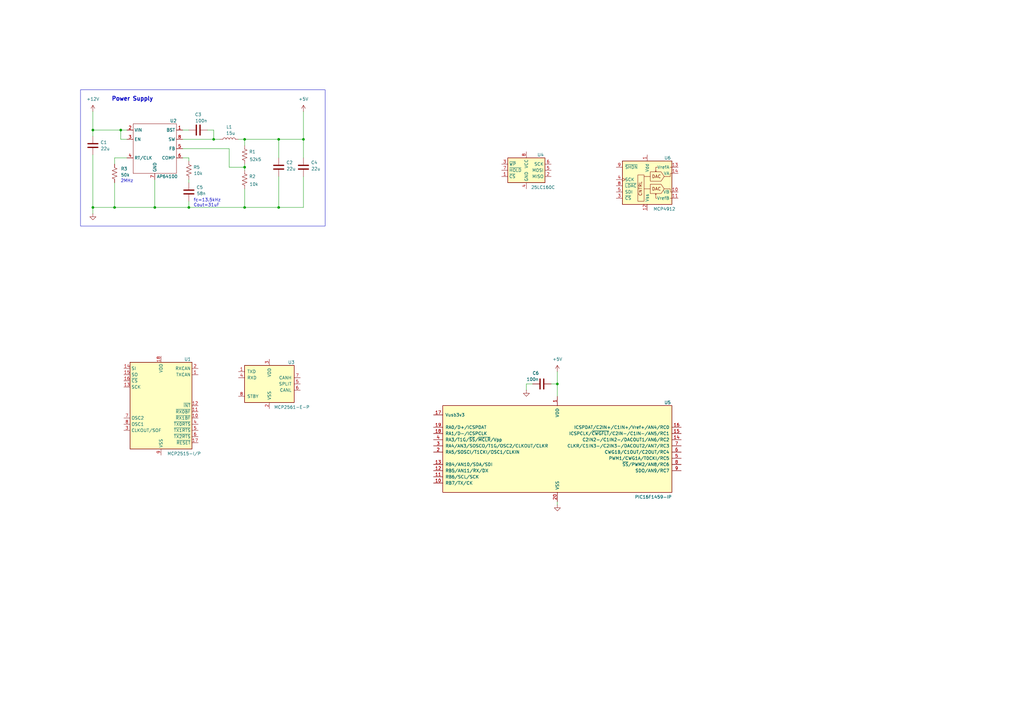
<source format=kicad_sch>
(kicad_sch (version 20250114) (generator "eeschema") (generator_version "9.0")
  (paper "A3")
  (lib_symbols
    (symbol "Analog_DAC:MCP4912" (pin_names (offset 1.016))
      (property "Reference" "U" (at -1.905 10.795 0))
      (property "Value" "MCP4912" (at -1.905 8.89 0))
      (symbol "MCP4912_0_0"
        (polyline (pts (xy 3.556 3.302) (xy 3.302 3.556)))
        (polyline (pts (xy 3.556 3.302) (xy 3.81 3.556)))
        (polyline (pts (xy 3.556 -5.842) (xy 3.302 -6.096)))
        (polyline (pts (xy 3.556 -5.842) (xy 3.81 -6.096)))
        (polyline (pts (xy 4.064 -7.62) (xy 3.556 -7.62) (xy 3.556 -5.842)))
        (polyline (pts (xy 4.318 5.08) (xy 3.556 5.08) (xy 3.556 3.302)))
        (polyline (pts (xy 6.985 1.27) (xy 9.525 1.27) (xy 9.525 2.54) (xy 10.16 2.54)))
        (polyline (pts (xy 6.985 -3.81) (xy 9.525 -3.81) (xy 9.525 -5.08) (xy 10.16 -5.08)))
        (polyline (pts (xy 10.16 5.08) (xy 9.398 5.08)))
        (polyline (pts (xy 10.16 -7.62) (xy 9.398 -7.62)))
        (text "CNTRL" (at -2.032 -6.731 900) (effects (font (size 1.27 1.27)) (justify left bottom)))
        (text "DAC" (at 3.81 1.27 0) (effects (font (size 1.27 1.27))))
        (text "DAC" (at 3.81 -3.81 0) (effects (font (size 1.27 1.27))))
      )
      (symbol "MCP4912_0_1"
        (rectangle (start -10.16 7.62) (end 10.16 -10.16) (stroke (width 0.254)) (fill (type background)))
        (rectangle (start -1.27 -8.89) (end -3.81 1.905))
        (polyline (pts (xy 1.27 1.27) (xy -1.27 1.27)))
        (polyline (pts (xy 1.27 -3.81) (xy -1.27 -3.81)))
        (polyline (pts (xy 6.985 1.27) (xy 5.715 3.175) (xy 1.27 3.175) (xy 1.27 -0.635) (xy 5.715 -0.635) (xy 6.985 1.27)))
        (polyline (pts (xy 6.985 -3.81) (xy 5.715 -1.905) (xy 1.27 -1.905) (xy 1.27 -5.715) (xy 5.715 -5.715) (xy 6.985 -3.81)))
      )
      (symbol "MCP4912_1_1"
        (pin input line (at -12.7 5.08 0) (length 2.54) (name "~{SHDN}") (number "9"))
        (pin input clock (at -12.7 0 0) (length 2.54) (name "SCK") (number "4"))
        (pin input line (at -12.7 -2.54 0) (length 2.54) (name "~{LDAC}") (number "8"))
        (pin input line (at -12.7 -5.08 0) (length 2.54) (name "SDI") (number "5"))
        (pin input line (at -12.7 -7.62 0) (length 2.54) (name "~{CS}") (number "3"))
        (pin no_connect line (at -7.62 -10.16 90) (length 2.54) (hide yes) (name "NC") (number "2"))
        (pin no_connect line (at -5.08 -10.16 90) (length 2.54) (hide yes) (name "NC") (number "6"))
        (pin no_connect line (at -2.54 -10.16 90) (length 2.54) (hide yes) (name "NC") (number "7"))
        (pin power_in line (at 0 10.16 270) (length 2.54) (name "Vdd") (number "1"))
        (pin power_in line (at 0 -12.7 90) (length 2.54) (name "Vss") (number "12"))
        (pin input line (at 12.7 5.08 180) (length 2.54) (name "VrefA") (number "13"))
        (pin output line (at 12.7 2.54 180) (length 2.54) (name "VA") (number "14"))
        (pin output line (at 12.7 -5.08 180) (length 2.54) (name "VB") (number "10"))
        (pin input line (at 12.7 -7.62 180) (length 2.54) (name "VrefB") (number "11"))
      )
    )
    (symbol "Device:C" (pin_numbers (hide yes)) (pin_names (offset 0.254))
      (property "Reference" "C" (at 0.635 2.54 0))
      (property "Value" "C" (at 0.635 -2.54 0))
      (symbol "C_0_1"
        (polyline (pts (xy -2.032 0.762) (xy 2.032 0.762)) (stroke (width 0.508)))
        (polyline (pts (xy -2.032 -0.762) (xy 2.032 -0.762)) (stroke (width 0.508)))
      )
      (symbol "C_1_1"
        (pin passive line (at 0 3.81 270) (length 2.794) (name "~") (number "1"))
        (pin passive line (at 0 -3.81 90) (length 2.794) (name "~") (number "2"))
      )
    )
    (symbol "Device:L" (pin_numbers (hide yes)) (pin_names (offset 1.016) (hide yes))
      (property "Reference" "L" (at -1.27 0 90))
      (property "Value" "L" (at 1.905 0 90))
      (symbol "L_0_1"
        (arc (start 0 2.54) (mid 0.6323 1.905) (end 0 1.27))
        (arc (start 0 1.27) (mid 0.6323 0.635) (end 0 0))
        (arc (start 0 0) (mid 0.6323 -0.635) (end 0 -1.27))
        (arc (start 0 -1.27) (mid 0.6323 -1.905) (end 0 -2.54))
      )
      (symbol "L_1_1"
        (pin passive line (at 0 3.81 270) (length 1.27) (name "1") (number "1"))
        (pin passive line (at 0 -3.81 90) (length 1.27) (name "2") (number "2"))
      )
    )
    (symbol "Device:R_US" (pin_numbers (hide yes)) (pin_names (offset 0))
      (property "Reference" "R" (at 2.54 0 90))
      (property "Value" "R_US" (at -2.54 0 90))
      (symbol "R_US_0_1"
        (polyline (pts (xy 0 2.286) (xy 0 2.54)))
        (polyline (pts (xy 0 2.286) (xy 1.016 1.905) (xy 0 1.524) (xy -1.016 1.143) (xy 0 0.762)))
        (polyline (pts (xy 0 0.762) (xy 1.016 0.381) (xy 0 0) (xy -1.016 -0.381) (xy 0 -0.762)))
        (polyline (pts (xy 0 -0.762) (xy 1.016 -1.143) (xy 0 -1.524) (xy -1.016 -1.905) (xy 0 -2.286)))
        (polyline (pts (xy 0 -2.286) (xy 0 -2.54)))
      )
      (symbol "R_US_1_1"
        (pin passive line (at 0 3.81 270) (length 1.27) (name "~") (number "1"))
        (pin passive line (at 0 -3.81 90) (length 1.27) (name "~") (number "2"))
      )
    )
    (symbol "Interface_CAN_LIN:MCP2515-xSO"
      (property "Reference" "U" (at -10.16 19.685 0))
      (property "Value" "MCP2515-xSO" (at 19.05 20.32 0))
      (symbol "MCP2515-xSO_0_1"
        (rectangle (start -12.7 17.78) (end 12.7 -17.78) (stroke (width 0.254)) (fill (type background)))
      )
      (symbol "MCP2515-xSO_1_1"
        (pin input line (at -15.24 15.24 0) (length 2.54) (name "SI") (number "14"))
        (pin output line (at -15.24 12.7 0) (length 2.54) (name "SO") (number "15"))
        (pin input line (at -15.24 10.16 0) (length 2.54) (name "~{CS}") (number "16"))
        (pin input line (at -15.24 7.62 0) (length 2.54) (name "SCK") (number "13"))
        (pin output line (at -15.24 -5.08 0) (length 2.54) (name "OSC2") (number "7"))
        (pin input line (at -15.24 -7.62 0) (length 2.54) (name "OSC1") (number "8"))
        (pin output line (at -15.24 -10.16 0) (length 2.54) (name "CLKOUT/SOF") (number "3"))
        (pin power_in line (at 0 20.32 270) (length 2.54) (name "VDD") (number "18"))
        (pin power_in line (at 0 -20.32 90) (length 2.54) (name "VSS") (number "9"))
        (pin input line (at 15.24 15.24 180) (length 2.54) (name "RXCAN") (number "2"))
        (pin output line (at 15.24 12.7 180) (length 2.54) (name "TXCAN") (number "1"))
        (pin output line (at 15.24 0 180) (length 2.54) (name "~{INT}") (number "12"))
        (pin output line (at 15.24 -2.54 180) (length 2.54) (name "~{RX0BF}") (number "11"))
        (pin output line (at 15.24 -5.08 180) (length 2.54) (name "~{RX1BF}") (number "10"))
        (pin input line (at 15.24 -7.62 180) (length 2.54) (name "~{TX0RTS}") (number "4"))
        (pin input line (at 15.24 -10.16 180) (length 2.54) (name "~{TX1RTS}") (number "5"))
        (pin input line (at 15.24 -12.7 180) (length 2.54) (name "~{TX2RTS}") (number "6"))
        (pin input line (at 15.24 -15.24 180) (length 2.54) (name "~{RESET}") (number "17"))
      )
    )
    (symbol "Interface_CAN_LIN:MCP2561-E-P" (pin_names (offset 1.016))
      (property "Reference" "U" (at -10.16 8.89 0))
      (property "Value" "MCP2561-E-P" (at 2.54 8.89 0))
      (symbol "MCP2561-E-P_0_1"
        (rectangle (start -10.16 7.62) (end 10.16 -7.62) (stroke (width 0.254)) (fill (type background)))
      )
      (symbol "MCP2561-E-P_1_1"
        (pin input line (at -12.7 5.08 0) (length 2.54) (name "TXD") (number "1"))
        (pin output line (at -12.7 2.54 0) (length 2.54) (name "RXD") (number "4"))
        (pin input line (at -12.7 -5.08 0) (length 2.54) (name "STBY") (number "8"))
        (pin power_in line (at 0 10.16 270) (length 2.54) (name "VDD") (number "3"))
        (pin power_in line (at 0 -10.16 90) (length 2.54) (name "VSS") (number "2"))
        (pin bidirectional line (at 12.7 2.54 180) (length 2.54) (name "CANH") (number "7"))
        (pin passive line (at 12.7 0 180) (length 2.54) (name "SPLIT") (number "5"))
        (pin bidirectional line (at 12.7 -2.54 180) (length 2.54) (name "CANL") (number "6"))
      )
    )
    (symbol "MCU_Microchip_PIC16:PIC16F1459-IP" (pin_names (offset 1.016))
      (property "Reference" "U" (at -46.99 17.78 0))
      (property "Value" "PIC16F1459-IP" (at -46.99 15.24 0))
      (symbol "PIC16F1459-IP_0_1"
        (rectangle (start -46.99 13.97) (end 46.99 -21.59) (stroke (width 0.254)) (fill (type background)))
      )
      (symbol "PIC16F1459-IP_1_1"
        (pin bidirectional line (at -50.8 10.16 0) (length 3.81) (name "Vusb3v3") (number "17"))
        (pin bidirectional line (at -50.8 5.08 0) (length 3.81) (name "RA0/D+/ICSPDAT") (number "19"))
        (pin bidirectional line (at -50.8 2.54 0) (length 3.81) (name "RA1/D-/ICSPCLK") (number "18"))
        (pin input line (at -50.8 0 0) (length 3.81) (name "RA3/T1G/~{SS}/~{MCLR}/Vpp") (number "4"))
        (pin bidirectional line (at -50.8 -2.54 0) (length 3.81) (name "RA4/AN3/SOSCO/T1G/OSC2/CLKOUT/CLKR") (number "3"))
        (pin bidirectional line (at -50.8 -5.08 0) (length 3.81) (name "RA5/SOSCI/T1CKI/OSC1/CLKIN") (number "2"))
        (pin bidirectional line (at -50.8 -10.16 0) (length 3.81) (name "RB4/AN10/SDA/SDI") (number "13"))
        (pin bidirectional line (at -50.8 -12.7 0) (length 3.81) (name "RB5/AN11/RX/DX") (number "12"))
        (pin bidirectional line (at -50.8 -15.24 0) (length 3.81) (name "RB6/SCL/SCK") (number "11"))
        (pin bidirectional line (at -50.8 -17.78 0) (length 3.81) (name "RB7/TX/CK") (number "10"))
        (pin power_in line (at 0 17.78 270) (length 3.81) (name "VDD") (number "1"))
        (pin power_in line (at 0 -25.4 90) (length 3.81) (name "VSS") (number "20"))
        (pin bidirectional line (at 50.8 5.08 180) (length 3.81) (name "ICSPDAT/C2IN+/C1IN+/Vref+/AN4/RC0") (number "16"))
        (pin bidirectional line (at 50.8 2.54 180) (length 3.81) (name "ICSPCLK/~{CWGFLT}/C2IN-/C1IN-/AN5/RC1") (number "15"))
        (pin bidirectional line (at 50.8 0 180) (length 3.81) (name "C2IN2-/C1IN2-/DACOUT1/AN6/RC2") (number "14"))
        (pin bidirectional line (at 50.8 -2.54 180) (length 3.81) (name "CLKR/C1IN3-/C2IN3-/DACOUT2/AN7/RC3") (number "7"))
        (pin bidirectional line (at 50.8 -5.08 180) (length 3.81) (name "CWG1B/C1OUT/C2OUT/RC4") (number "6"))
        (pin bidirectional line (at 50.8 -7.62 180) (length 3.81) (name "PWM1/CWG1A/T0CKI/RC5") (number "5"))
        (pin bidirectional line (at 50.8 -10.16 180) (length 3.81) (name "~{SS}/PWM2/AN8/RC6") (number "8"))
        (pin bidirectional line (at 50.8 -12.7 180) (length 3.81) (name "SDO/AN9/RC7") (number "9"))
      )
    )
    (symbol "Memory_EEPROM:25LCxxx"
      (property "Reference" "U" (at -7.62 6.35 0))
      (property "Value" "25LCxxx" (at 2.54 -6.35 0))
      (symbol "25LCxxx_1_1"
        (rectangle (start -7.62 5.08) (end 7.62 -5.08) (stroke (width 0.254)) (fill (type background)))
        (pin input line (at -10.16 2.54 0) (length 2.54) (name "~{WP}") (number "3"))
        (pin input line (at -10.16 0 0) (length 2.54) (name "~{HOLD}") (number "7"))
        (pin input line (at -10.16 -2.54 0) (length 2.54) (name "~{CS}") (number "1"))
        (pin power_in line (at 0 7.62 270) (length 2.54) (name "VCC") (number "8"))
        (pin power_in line (at 0 -7.62 90) (length 2.54) (name "GND") (number "4"))
        (pin input line (at 10.16 2.54 180) (length 2.54) (name "SCK") (number "6"))
        (pin input line (at 10.16 0 180) (length 2.54) (name "MOSI") (number "5"))
        (pin tri_state line (at 10.16 -2.54 180) (length 2.54) (name "MISO") (number "2"))
      )
    )
    (symbol "power:+12V" (power) (pin_numbers (hide yes)) (pin_names (offset 0) (hide yes))
      (property "Value" "+12V" (at 0 3.556 0))
      (symbol "+12V_0_1"
        (polyline (pts (xy -0.762 1.27) (xy 0 2.54)))
        (polyline (pts (xy 0 2.54) (xy 0.762 1.27)))
        (polyline (pts (xy 0 0) (xy 0 2.54)))
      )
      (symbol "+12V_1_1"
        (pin power_in line (at 0 0 90) (length 0) (name "~") (number "1"))
      )
    )
    (symbol "power:+5V" (power) (pin_numbers (hide yes)) (pin_names (offset 0) (hide yes))
      (property "Value" "+5V" (at 0 3.556 0))
      (symbol "+5V_0_1"
        (polyline (pts (xy -0.762 1.27) (xy 0 2.54)))
        (polyline (pts (xy 0 2.54) (xy 0.762 1.27)))
        (polyline (pts (xy 0 0) (xy 0 2.54)))
      )
      (symbol "+5V_1_1"
        (pin power_in line (at 0 0 90) (length 0) (name "~") (number "1"))
      )
    )
    (symbol "power:GND" (power) (pin_numbers (hide yes)) (pin_names (offset 0) (hide yes))
      (property "Value" "GND" (at 0 -3.81 0))
      (symbol "GND_0_1"
        (polyline (pts (xy 0 0) (xy 0 -1.27) (xy 1.27 -1.27) (xy 0 -2.54) (xy -1.27 -1.27) (xy 0 -1.27)))
      )
      (symbol "GND_1_1"
        (pin power_in line (at 0 0 270) (length 0) (name "~") (number "1"))
      )
    )
    (symbol "symbols:AP64100"
      (property "Reference" "U" (at -3.81 13.97 0))
      (property "Value" "AP64100" (at -0.254 11.684 0))
      (symbol "AP64100_0_1"
        (rectangle (start -8.89 10.16) (end 8.89 -10.16))
      )
      (symbol "AP64100_1_1"
        (pin power_in line (at -11.43 7.62 0) (length 2.54) (name "VIN") (number "2"))
        (pin input line (at -11.43 3.81 0) (length 2.54) (name "EN") (number "3"))
        (pin input line (at -11.43 -3.81 0) (length 2.54) (name "RT/CLK") (number "4"))
        (pin power_in line (at 0 -12.7 90) (length 2.54) (name "GND") (number "7"))
        (pin input line (at 11.43 7.62 180) (length 2.54) (name "BST") (number "1"))
        (pin power_out line (at 11.43 3.81 180) (length 2.54) (name "SW") (number "8"))
        (pin input line (at 11.43 0 180) (length 2.54) (name "FB") (number "5"))
        (pin input line (at 11.43 -3.81 180) (length 2.54) (name "COMP") (number "6"))
      )
    )
  )
  (rectangle (start 33.02 36.83) (end 133.35 92.71))
  (text "Power Supply" (at 45.72 40.64 0) (effects (font (size 1.651 1.651) (thickness 0.3302) (bold yes)) (justify left)))
  (text "2MHz\n" (at 52.07 74.295 0) (effects (font (size 1.27 1.27))))
  (text "fc=13.5kHz\nCout=31uF" (at 79.375 83.185 0) (effects (font (size 1.27 1.27)) (justify left)))
  (junction (at 114.3 57.15))
  (junction (at 63.5 85.09))
  (junction (at 46.99 85.09))
  (junction (at 114.3 85.09))
  (junction (at 100.33 85.09))
  (junction (at 87.63 57.15))
  (junction (at 100.33 68.58))
  (junction (at 38.1 85.09))
  (junction (at 100.33 57.15))
  (junction (at 38.1 53.34))
  (junction (at 49.53 53.34))
  (junction (at 228.6 157.48))
  (junction (at 77.47 85.09))
  (junction (at 124.46 57.15))
  (wire (pts (xy 114.3 57.15) (xy 124.46 57.15)))
  (wire (pts (xy 52.07 53.34) (xy 49.53 53.34)))
  (wire (pts (xy 74.93 64.77) (xy 77.47 64.77)))
  (wire (pts (xy 87.63 57.15) (xy 90.17 57.15)))
  (wire (pts (xy 100.33 85.09) (xy 114.3 85.09)))
  (wire (pts (xy 52.07 64.77) (xy 46.99 64.77)))
  (wire (pts (xy 77.47 64.77) (xy 77.47 66.04)))
  (wire (pts (xy 38.1 53.34) (xy 38.1 55.88)))
  (wire (pts (xy 38.1 45.72) (xy 38.1 53.34)))
  (wire (pts (xy 46.99 64.77) (xy 46.99 67.31)))
  (wire (pts (xy 100.33 77.47) (xy 100.33 85.09)))
  (wire (pts (xy 46.99 74.93) (xy 46.99 85.09)))
  (wire (pts (xy 100.33 57.15) (xy 100.33 59.69)))
  (wire (pts (xy 114.3 85.09) (xy 124.46 85.09)))
  (wire (pts (xy 124.46 72.39) (xy 124.46 85.09)))
  (wire (pts (xy 63.5 73.66) (xy 63.5 85.09)))
  (wire (pts (xy 228.6 157.48) (xy 228.6 162.56)))
  (wire (pts (xy 49.53 57.15) (xy 49.53 53.34)))
  (wire (pts (xy 38.1 85.09) (xy 38.1 87.63)))
  (wire (pts (xy 100.33 68.58) (xy 93.98 68.58)))
  (wire (pts (xy 100.33 57.15) (xy 114.3 57.15)))
  (wire (pts (xy 93.98 60.96) (xy 74.93 60.96)))
  (wire (pts (xy 100.33 68.58) (xy 100.33 69.85)))
  (wire (pts (xy 63.5 85.09) (xy 46.99 85.09)))
  (wire (pts (xy 228.6 152.4) (xy 228.6 157.48)))
  (wire (pts (xy 114.3 57.15) (xy 114.3 64.77)))
  (wire (pts (xy 100.33 85.09) (xy 77.47 85.09)))
  (wire (pts (xy 77.47 73.66) (xy 77.47 74.93)))
  (wire (pts (xy 52.07 57.15) (xy 49.53 57.15)))
  (wire (pts (xy 85.09 53.34) (xy 87.63 53.34)))
  (wire (pts (xy 97.79 57.15) (xy 100.33 57.15)))
  (wire (pts (xy 215.9 157.48) (xy 218.44 157.48)))
  (wire (pts (xy 100.33 67.31) (xy 100.33 68.58)))
  (wire (pts (xy 124.46 57.15) (xy 124.46 64.77)))
  (wire (pts (xy 74.93 57.15) (xy 87.63 57.15)))
  (wire (pts (xy 87.63 53.34) (xy 87.63 57.15)))
  (wire (pts (xy 77.47 85.09) (xy 63.5 85.09)))
  (wire (pts (xy 74.93 53.34) (xy 77.47 53.34)))
  (wire (pts (xy 124.46 45.72) (xy 124.46 57.15)))
  (wire (pts (xy 77.47 82.55) (xy 77.47 85.09)))
  (wire (pts (xy 38.1 63.5) (xy 38.1 85.09)))
  (wire (pts (xy 226.06 157.48) (xy 228.6 157.48)))
  (wire (pts (xy 114.3 72.39) (xy 114.3 85.09)))
  (wire (pts (xy 49.53 53.34) (xy 38.1 53.34)))
  (wire (pts (xy 215.9 160.02) (xy 215.9 157.48)))
  (wire (pts (xy 228.6 205.74) (xy 228.6 207.01)))
  (wire (pts (xy 93.98 68.58) (xy 93.98 60.96)))
  (wire (pts (xy 46.99 85.09) (xy 38.1 85.09)))
  (symbol (lib_id "Device:C") (at 114.3 68.58 180) (unit 1)
    (property "Reference" "C2" (at 118.745 66.675 0))
    (property "Value" "22u" (at 119.38 69.215 0))
    (property "Description" "Unpolarized capacitor" (effects (hide yes)))
  )
  (symbol (lib_id "Device:C") (at 38.1 59.69 0) (unit 1)
    (property "Reference" "C1" (at 42.545 58.42 0))
    (property "Value" "22u" (at 43.18 60.96 0))
    (property "Description" "Unpolarized capacitor" (effects (hide yes)))
  )
  (symbol (lib_id "Memory_EEPROM:25LCxxx") (at 215.9 69.85 0) (unit 1)
    (property "Reference" "U4" (at 220.345 63.5 0) (effects (justify left)))
    (property "Value" "25LC160C" (at 217.805 76.835 0) (effects (justify left)))
    (property "Datasheet" "http://ww1.microchip.com/downloads/en/DeviceDoc/21832H.pdf" (effects (hide yes)))
    (property "Description" "SPI Serial EEPROM, DIP-8/SOIC-8/TSSOP-8" (effects (hide yes)))
  )
  (symbol (lib_id "power:GND") (at 228.6 207.01 0) (unit 1)
    (property "Reference" "#PWR01" (effects (hide yes)))
    (property "Value" "GND" (effects (hide yes)))
    (property "Description" "Power symbol creates a global label with name \"GND\" , ground" (effects (hide yes)))
  )
  (symbol (lib_id "symbols:AP64100") (at 63.5 60.96 0) (unit 1)
    (property "Reference" "U2" (at 71.12 49.53 0))
    (property "Value" "AP64100" (at 68.58 72.39 0))
    (property "Footprint" "Package_SO:Diodes_SO-8EP" (effects (hide yes)))
    (property "Datasheet" "https://www.diodes.com/assets/Datasheets/AP64100.pdf" (effects (hide yes)))
    (property "Description" "3.8V to40V input, 1A low IQ synchronous buck with adjustable frequency" (effects (hide yes)))
  )
  (symbol (lib_id "Device:R_US") (at 77.47 69.85 180) (unit 1)
    (property "Reference" "R5" (at 80.645 68.58 0))
    (property "Value" "10k" (at 81.28 71.12 0))
    (property "Description" "Resistor, US symbol" (effects (hide yes)))
  )
  (symbol (lib_id "Device:R_US") (at 46.99 71.12 0) (unit 1)
    (property "Reference" "R3" (at 49.53 69.2149 0) (effects (justify left)))
    (property "Value" "50k" (at 49.53 71.7549 0) (effects (justify left)))
    (property "Description" "Resistor, US symbol" (effects (hide yes)))
  )
  (symbol (lib_id "Device:R_US") (at 100.33 73.66 180) (unit 1)
    (property "Reference" "R2" (at 103.505 72.39 0))
    (property "Value" "10k" (at 104.14 75.565 0))
    (property "Description" "Resistor, US symbol" (effects (hide yes)))
  )
  (symbol (lib_id "Interface_CAN_LIN:MCP2515-xSO") (at 66.04 166.37 0) (unit 1)
    (property "Reference" "U1" (at 75.565 147.32 0) (effects (justify left)))
    (property "Value" "MCP2515-I/P" (at 68.58 186.055 0) (effects (justify left)))
    (property "Footprint" "Package_SO:SOIC-18W_7.5x11.6mm_P1.27mm" (effects (hide yes)))
    (property "Datasheet" "http://ww1.microchip.com/downloads/en/DeviceDoc/21801e.pdf" (effects (hide yes)))
    (property "Description" "Stand-Alone CAN Controller with SPI Interface, SOIC-18" (effects (hide yes)))
  )
  (symbol (lib_id "power:+5V") (at 124.46 45.72 0) (unit 1)
    (property "Reference" "#PWR06" (effects (hide yes)))
    (property "Value" "+5V" (at 124.46 40.64 0))
    (property "Description" "Power symbol creates a global label with name \"+5V\"" (effects (hide yes)))
  )
  (symbol (lib_id "Analog_DAC:MCP4912") (at 265.43 73.66 0) (unit 1)
    (property "Reference" "U6" (at 272.415 64.77 0) (effects (justify left)))
    (property "Value" "MCP4912" (at 267.97 85.725 0) (effects (justify left)))
    (property "Datasheet" "http://ww1.microchip.com/downloads/en/DeviceDoc/22250A.pdf" (effects (hide yes)))
    (property "Description" "2-Channel 10-Bit D/A Converters with SPI Interface" (effects (hide yes)))
  )
  (symbol (lib_id "Device:C") (at 81.28 53.34 270) (unit 1)
    (property "Reference" "C3" (at 81.28 46.99 90))
    (property "Value" "100n" (at 82.55 49.53 90))
    (property "Description" "Unpolarized capacitor" (effects (hide yes)))
  )
  (symbol (lib_id "power:+12V") (at 38.1 45.72 0) (unit 1)
    (property "Reference" "#PWR04" (effects (hide yes)))
    (property "Value" "+12V" (at 38.1 40.64 0))
    (property "Description" "Power symbol creates a global label with name \"+12V\"" (effects (hide yes)))
  )
  (symbol (lib_id "Interface_CAN_LIN:MCP2561-E-P") (at 110.49 157.48 0) (unit 1)
    (property "Reference" "U3" (at 118.11 148.59 0) (effects (justify left)))
    (property "Value" "MCP2561-E-P" (at 112.395 167.005 0) (effects (justify left)))
    (property "Footprint" "Package_DIP:DIP-8_W7.62mm" (effects (hide yes)))
    (property "Datasheet" "http://ww1.microchip.com/downloads/en/DeviceDoc/25167A.pdf" (effects (hide yes)))
    (property "Description" "High-Speed CAN Transceiver, 1Mbps, 5V supply, SPLIT pin, -40C to +125C, DIP-8" (effects (hide yes)))
  )
  (symbol (lib_id "power:GND") (at 215.9 160.02 0) (unit 1)
    (property "Reference" "#PWR03" (effects (hide yes)))
    (property "Value" "GND" (effects (hide yes)))
    (property "Description" "Power symbol creates a global label with name \"GND\" , ground" (effects (hide yes)))
  )
  (symbol (lib_id "Device:C") (at 222.25 157.48 270) (unit 1)
    (property "Reference" "C6" (at 219.71 153.035 90))
    (property "Value" "100n" (at 218.44 155.575 90))
    (property "Description" "Unpolarized capacitor" (effects (hide yes)))
  )
  (symbol (lib_id "Device:C") (at 77.47 78.74 180) (unit 1)
    (property "Reference" "C5" (at 81.915 76.835 0))
    (property "Value" "58n" (at 82.55 79.375 0))
    (property "Description" "Unpolarized capacitor" (effects (hide yes)))
  )
  (symbol (lib_id "power:GND") (at 38.1 87.63 0) (unit 1)
    (property "Reference" "#PWR05" (effects (hide yes)))
    (property "Value" "GND" (effects (hide yes)))
    (property "Description" "Power symbol creates a global label with name \"GND\" , ground" (effects (hide yes)))
  )
  (symbol (lib_id "Device:C") (at 124.46 68.58 180) (unit 1)
    (property "Reference" "C4" (at 128.905 66.675 0))
    (property "Value" "22u" (at 129.54 69.215 0))
    (property "Description" "Unpolarized capacitor" (effects (hide yes)))
  )
  (symbol (lib_id "Device:R_US") (at 100.33 63.5 180) (unit 1)
    (property "Reference" "R1" (at 103.505 62.23 0))
    (property "Value" "52k5" (at 104.775 65.405 0))
    (property "Description" "Resistor, US symbol" (effects (hide yes)))
  )
  (symbol (lib_id "MCU_Microchip_PIC16:PIC16F1459-IP") (at 228.6 180.34 0) (unit 1)
    (property "Reference" "U5" (at 272.415 165.1 0) (effects (justify left)))
    (property "Value" "PIC16F1459-IP" (at 260.35 203.835 0) (effects (justify left)))
    (property "Datasheet" "http://ww1.microchip.com/downloads/en/DeviceDoc/41639A.pdf" (effects (hide yes)))
    (property "Description" "PIC16F1454, 8192W FLASH, 1024B SRAM, PDIP-20" (effects (hide yes)))
  )
  (symbol (lib_id "power:+5V") (at 228.6 152.4 0) (unit 1)
    (property "Reference" "#PWR02" (effects (hide yes)))
    (property "Value" "+5V" (at 228.6 147.32 0))
    (property "Description" "Power symbol creates a global label with name \"+5V\"" (effects (hide yes)))
  )
  (symbol (lib_id "Device:L") (at 93.98 57.15 90) (unit 1)
    (property "Reference" "L1" (at 93.98 52.07 90))
    (property "Value" "15u" (at 94.615 54.61 90))
    (property "Description" "Inductor" (effects (hide yes)))
  )
)
</source>
